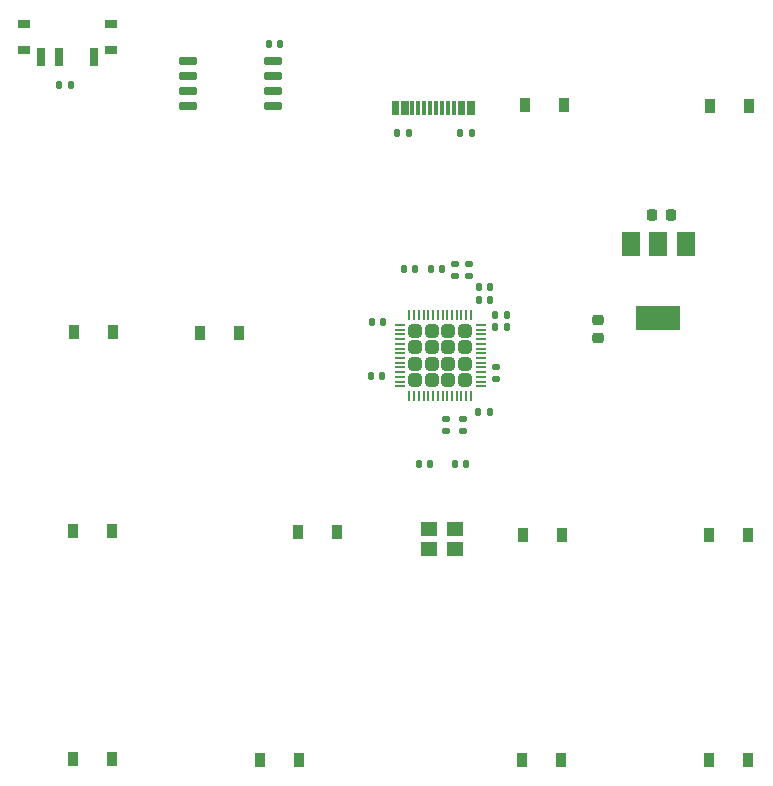
<source format=gbr>
%TF.GenerationSoftware,KiCad,Pcbnew,(6.0.10)*%
%TF.CreationDate,2023-01-10T16:59:13+01:00*%
%TF.ProjectId,rp2040_keyboard,72703230-3430-45f6-9b65-79626f617264,rev?*%
%TF.SameCoordinates,Original*%
%TF.FileFunction,Paste,Top*%
%TF.FilePolarity,Positive*%
%FSLAX46Y46*%
G04 Gerber Fmt 4.6, Leading zero omitted, Abs format (unit mm)*
G04 Created by KiCad (PCBNEW (6.0.10)) date 2023-01-10 16:59:13*
%MOMM*%
%LPD*%
G01*
G04 APERTURE LIST*
G04 Aperture macros list*
%AMRoundRect*
0 Rectangle with rounded corners*
0 $1 Rounding radius*
0 $2 $3 $4 $5 $6 $7 $8 $9 X,Y pos of 4 corners*
0 Add a 4 corners polygon primitive as box body*
4,1,4,$2,$3,$4,$5,$6,$7,$8,$9,$2,$3,0*
0 Add four circle primitives for the rounded corners*
1,1,$1+$1,$2,$3*
1,1,$1+$1,$4,$5*
1,1,$1+$1,$6,$7*
1,1,$1+$1,$8,$9*
0 Add four rect primitives between the rounded corners*
20,1,$1+$1,$2,$3,$4,$5,0*
20,1,$1+$1,$4,$5,$6,$7,0*
20,1,$1+$1,$6,$7,$8,$9,0*
20,1,$1+$1,$8,$9,$2,$3,0*%
G04 Aperture macros list end*
%ADD10R,0.700000X1.500000*%
%ADD11R,1.000000X0.800000*%
%ADD12RoundRect,0.135000X0.185000X-0.135000X0.185000X0.135000X-0.185000X0.135000X-0.185000X-0.135000X0*%
%ADD13R,0.900000X1.200000*%
%ADD14RoundRect,0.140000X0.140000X0.170000X-0.140000X0.170000X-0.140000X-0.170000X0.140000X-0.170000X0*%
%ADD15RoundRect,0.140000X0.170000X-0.140000X0.170000X0.140000X-0.170000X0.140000X-0.170000X-0.140000X0*%
%ADD16RoundRect,0.225000X-0.225000X-0.250000X0.225000X-0.250000X0.225000X0.250000X-0.225000X0.250000X0*%
%ADD17R,1.500000X2.000000*%
%ADD18R,3.800000X2.000000*%
%ADD19RoundRect,0.140000X-0.140000X-0.170000X0.140000X-0.170000X0.140000X0.170000X-0.140000X0.170000X0*%
%ADD20RoundRect,0.135000X-0.135000X-0.185000X0.135000X-0.185000X0.135000X0.185000X-0.135000X0.185000X0*%
%ADD21R,0.300000X1.150000*%
%ADD22RoundRect,0.140000X-0.170000X0.140000X-0.170000X-0.140000X0.170000X-0.140000X0.170000X0.140000X0*%
%ADD23RoundRect,0.135000X0.135000X0.185000X-0.135000X0.185000X-0.135000X-0.185000X0.135000X-0.185000X0*%
%ADD24RoundRect,0.150000X-0.650000X-0.150000X0.650000X-0.150000X0.650000X0.150000X-0.650000X0.150000X0*%
%ADD25RoundRect,0.225000X-0.250000X0.225000X-0.250000X-0.225000X0.250000X-0.225000X0.250000X0.225000X0*%
%ADD26RoundRect,0.250000X-0.315000X-0.315000X0.315000X-0.315000X0.315000X0.315000X-0.315000X0.315000X0*%
%ADD27RoundRect,0.050000X-0.387500X-0.050000X0.387500X-0.050000X0.387500X0.050000X-0.387500X0.050000X0*%
%ADD28RoundRect,0.050000X-0.050000X-0.387500X0.050000X-0.387500X0.050000X0.387500X-0.050000X0.387500X0*%
%ADD29R,1.400000X1.200000*%
G04 APERTURE END LIST*
D10*
%TO.C,SW13*%
X54138000Y-47091600D03*
X55638000Y-47091600D03*
X58638000Y-47091600D03*
D11*
X52738000Y-44231600D03*
X60038000Y-46441600D03*
X52738000Y-46441600D03*
X60038000Y-44231600D03*
%TD*%
D12*
%TO.C,R1*%
X89174000Y-65583000D03*
X89174000Y-64563000D03*
%TD*%
D13*
%TO.C,D2*%
X95098600Y-51130200D03*
X98398600Y-51130200D03*
%TD*%
D14*
%TO.C,C12*%
X87094000Y-81534000D03*
X86134000Y-81534000D03*
%TD*%
%TO.C,C1*%
X88138000Y-65024000D03*
X87178000Y-65024000D03*
%TD*%
%TO.C,C5*%
X83030000Y-74066400D03*
X82070000Y-74066400D03*
%TD*%
D15*
%TO.C,C8*%
X89916000Y-78712000D03*
X89916000Y-77752000D03*
%TD*%
D16*
%TO.C,C14*%
X105905000Y-60452000D03*
X107455000Y-60452000D03*
%TD*%
D17*
%TO.C,U2*%
X108726000Y-62890000D03*
X106426000Y-62890000D03*
D18*
X106426000Y-69190000D03*
D17*
X104126000Y-62890000D03*
%TD*%
D13*
%TO.C,D5*%
X110719600Y-87503000D03*
X114019600Y-87503000D03*
%TD*%
%TO.C,D6*%
X98297000Y-87503000D03*
X94997000Y-87503000D03*
%TD*%
%TO.C,D8*%
X60171600Y-87223600D03*
X56871600Y-87223600D03*
%TD*%
D12*
%TO.C,R2*%
X90424000Y-65583000D03*
X90424000Y-64563000D03*
%TD*%
D19*
%TO.C,C10*%
X91242000Y-66576000D03*
X92202000Y-66576000D03*
%TD*%
D13*
%TO.C,D1*%
X110795800Y-51231800D03*
X114095800Y-51231800D03*
%TD*%
D20*
%TO.C,R7*%
X56669400Y-49403000D03*
X55649400Y-49403000D03*
%TD*%
%TO.C,R4*%
X90629200Y-53492400D03*
X89609200Y-53492400D03*
%TD*%
D21*
%TO.C,J1*%
X90700000Y-51396600D03*
X89900000Y-51396600D03*
X88600000Y-51396600D03*
X87600000Y-51396600D03*
X87100000Y-51396600D03*
X86100000Y-51396600D03*
X84800000Y-51396600D03*
X84000000Y-51396600D03*
X84300000Y-51396600D03*
X85100000Y-51396600D03*
X85600000Y-51396600D03*
X86600000Y-51396600D03*
X88100000Y-51396600D03*
X89100000Y-51396600D03*
X89600000Y-51396600D03*
X90400000Y-51396600D03*
%TD*%
D22*
%TO.C,C4*%
X92710000Y-73332400D03*
X92710000Y-74292400D03*
%TD*%
D19*
%TO.C,C16*%
X73434000Y-45974000D03*
X74394000Y-45974000D03*
%TD*%
%TO.C,C11*%
X92202000Y-67668200D03*
X91242000Y-67668200D03*
%TD*%
%TO.C,C3*%
X92611000Y-69951600D03*
X93571000Y-69951600D03*
%TD*%
D13*
%TO.C,D10*%
X98195400Y-106603800D03*
X94895400Y-106603800D03*
%TD*%
D22*
%TO.C,C2*%
X88468200Y-78712000D03*
X88468200Y-77752000D03*
%TD*%
D23*
%TO.C,R5*%
X84275200Y-53492400D03*
X85295200Y-53492400D03*
%TD*%
D13*
%TO.C,D12*%
X60197000Y-106527600D03*
X56897000Y-106527600D03*
%TD*%
D24*
%TO.C,U3*%
X66600000Y-47395000D03*
X66600000Y-48665000D03*
X66600000Y-49935000D03*
X66600000Y-51205000D03*
X73800000Y-51205000D03*
X73800000Y-49935000D03*
X73800000Y-48665000D03*
X73800000Y-47395000D03*
%TD*%
D19*
%TO.C,C13*%
X89182000Y-81534000D03*
X90142000Y-81534000D03*
%TD*%
D13*
%TO.C,D4*%
X60222400Y-70383400D03*
X56922400Y-70383400D03*
%TD*%
D25*
%TO.C,C15*%
X101346000Y-69329000D03*
X101346000Y-70879000D03*
%TD*%
D26*
%TO.C,U1*%
X85850000Y-71648000D03*
X88650000Y-74448000D03*
X87250000Y-74448000D03*
X87250000Y-70248000D03*
X85850000Y-70248000D03*
X85850000Y-73048000D03*
X85850000Y-74448000D03*
X90050000Y-71648000D03*
X87250000Y-71648000D03*
X90050000Y-73048000D03*
X88650000Y-70248000D03*
X87250000Y-73048000D03*
X90050000Y-74448000D03*
X90050000Y-70248000D03*
X88650000Y-71648000D03*
X88650000Y-73048000D03*
D27*
X84512500Y-69748000D03*
X84512500Y-70148000D03*
X84512500Y-70548000D03*
X84512500Y-70948000D03*
X84512500Y-71348000D03*
X84512500Y-71748000D03*
X84512500Y-72148000D03*
X84512500Y-72548000D03*
X84512500Y-72948000D03*
X84512500Y-73348000D03*
X84512500Y-73748000D03*
X84512500Y-74148000D03*
X84512500Y-74548000D03*
X84512500Y-74948000D03*
D28*
X85350000Y-75785500D03*
X85750000Y-75785500D03*
X86150000Y-75785500D03*
X86550000Y-75785500D03*
X86950000Y-75785500D03*
X87350000Y-75785500D03*
X87750000Y-75785500D03*
X88150000Y-75785500D03*
X88550000Y-75785500D03*
X88950000Y-75785500D03*
X89350000Y-75785500D03*
X89750000Y-75785500D03*
X90150000Y-75785500D03*
X90550000Y-75785500D03*
D27*
X91387500Y-74948000D03*
X91387500Y-74548000D03*
X91387500Y-74148000D03*
X91387500Y-73748000D03*
X91387500Y-73348000D03*
X91387500Y-72948000D03*
X91387500Y-72548000D03*
X91387500Y-72148000D03*
X91387500Y-71748000D03*
X91387500Y-71348000D03*
X91387500Y-70948000D03*
X91387500Y-70548000D03*
X91387500Y-70148000D03*
X91387500Y-69748000D03*
D28*
X90550000Y-68910500D03*
X90150000Y-68910500D03*
X89750000Y-68910500D03*
X89350000Y-68910500D03*
X88950000Y-68910500D03*
X88550000Y-68910500D03*
X88150000Y-68910500D03*
X87750000Y-68910500D03*
X87350000Y-68910500D03*
X86950000Y-68910500D03*
X86550000Y-68910500D03*
X86150000Y-68910500D03*
X85750000Y-68910500D03*
X85350000Y-68910500D03*
%TD*%
D14*
%TO.C,C9*%
X85824000Y-65024000D03*
X84864000Y-65024000D03*
%TD*%
D23*
%TO.C,R3*%
X92176600Y-77089000D03*
X91156600Y-77089000D03*
%TD*%
D19*
%TO.C,C7*%
X92611000Y-68884800D03*
X93571000Y-68884800D03*
%TD*%
D13*
%TO.C,D9*%
X110719600Y-106603800D03*
X114019600Y-106603800D03*
%TD*%
%TO.C,D11*%
X72670400Y-106603800D03*
X75970400Y-106603800D03*
%TD*%
D14*
%TO.C,C6*%
X83131600Y-69494400D03*
X82171600Y-69494400D03*
%TD*%
D13*
%TO.C,D3*%
X67641200Y-70434200D03*
X70941200Y-70434200D03*
%TD*%
%TO.C,D7*%
X79196200Y-87249000D03*
X75896200Y-87249000D03*
%TD*%
D29*
%TO.C,Y1*%
X87038000Y-88734000D03*
X89238000Y-88734000D03*
X89238000Y-87034000D03*
X87038000Y-87034000D03*
%TD*%
M02*

</source>
